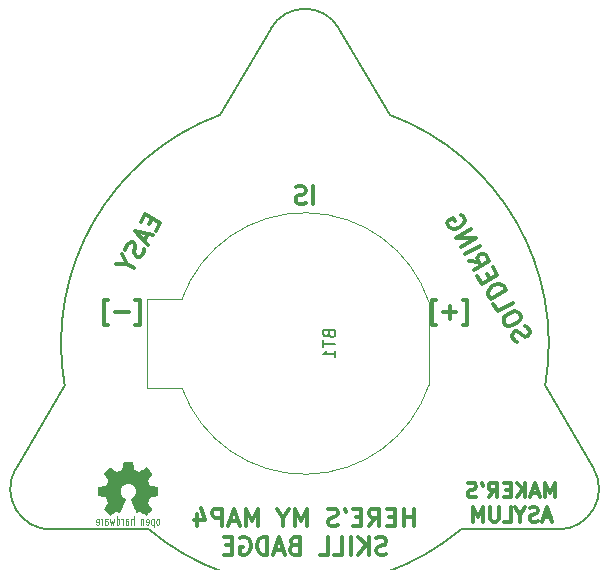
<source format=gbo>
%TF.GenerationSoftware,KiCad,Pcbnew,4.0.2+e4-6225~38~ubuntu15.10.1-stable*%
%TF.CreationDate,2016-05-27T15:45:48+05:30*%
%TF.ProjectId,MAP4,4D4150342E6B696361645F7063620000,1*%
%TF.FileFunction,Legend,Bot*%
%FSLAX46Y46*%
G04 Gerber Fmt 4.6, Leading zero omitted, Abs format (unit mm)*
G04 Created by KiCad (PCBNEW 4.0.2+e4-6225~38~ubuntu15.10.1-stable) date Fri May 27 15:45:48 2016*
%MOMM*%
G01*
G04 APERTURE LIST*
%ADD10C,0.050800*%
%ADD11C,0.300000*%
%ADD12C,0.150000*%
%ADD13C,0.101600*%
%ADD14C,0.075000*%
%ADD15C,0.002540*%
G04 APERTURE END LIST*
D10*
D11*
X10642857Y22071429D02*
X11000000Y22071429D01*
X11000000Y24214286D01*
X10642857Y24214286D01*
X10071428Y23142857D02*
X8928571Y23142857D01*
X8357142Y22071429D02*
X7999999Y22071429D01*
X7999999Y24214286D01*
X8357142Y24214286D01*
X38392857Y22071429D02*
X38750000Y22071429D01*
X38750000Y24214286D01*
X38392857Y24214286D01*
X37821428Y23142857D02*
X36678571Y23142857D01*
X37250000Y22571429D02*
X37250000Y23714286D01*
X36107142Y22071429D02*
X35749999Y22071429D01*
X35749999Y24214286D01*
X36107142Y24214286D01*
X46160714Y7459524D02*
X46160714Y8709524D01*
X45744047Y7816667D01*
X45327381Y8709524D01*
X45327381Y7459524D01*
X44791667Y7816667D02*
X44196429Y7816667D01*
X44910714Y7459524D02*
X44494048Y8709524D01*
X44077381Y7459524D01*
X43660714Y7459524D02*
X43660714Y8709524D01*
X42946428Y7459524D02*
X43482143Y8173810D01*
X42946428Y8709524D02*
X43660714Y7995238D01*
X42410714Y8114286D02*
X41994047Y8114286D01*
X41815476Y7459524D02*
X42410714Y7459524D01*
X42410714Y8709524D01*
X41815476Y8709524D01*
X40565476Y7459524D02*
X40982143Y8054762D01*
X41279762Y7459524D02*
X41279762Y8709524D01*
X40803571Y8709524D01*
X40684524Y8650000D01*
X40625000Y8590476D01*
X40565476Y8471429D01*
X40565476Y8292857D01*
X40625000Y8173810D01*
X40684524Y8114286D01*
X40803571Y8054762D01*
X41279762Y8054762D01*
X39970238Y8709524D02*
X40089286Y8471429D01*
X39494048Y7519048D02*
X39315476Y7459524D01*
X39017857Y7459524D01*
X38898810Y7519048D01*
X38839286Y7578571D01*
X38779762Y7697619D01*
X38779762Y7816667D01*
X38839286Y7935714D01*
X38898810Y7995238D01*
X39017857Y8054762D01*
X39255953Y8114286D01*
X39375000Y8173810D01*
X39434524Y8233333D01*
X39494048Y8352381D01*
X39494048Y8471429D01*
X39434524Y8590476D01*
X39375000Y8650000D01*
X39255953Y8709524D01*
X38958333Y8709524D01*
X38779762Y8650000D01*
X45803572Y5766667D02*
X45208334Y5766667D01*
X45922619Y5409524D02*
X45505953Y6659524D01*
X45089286Y5409524D01*
X44732143Y5469048D02*
X44553571Y5409524D01*
X44255952Y5409524D01*
X44136905Y5469048D01*
X44077381Y5528571D01*
X44017857Y5647619D01*
X44017857Y5766667D01*
X44077381Y5885714D01*
X44136905Y5945238D01*
X44255952Y6004762D01*
X44494048Y6064286D01*
X44613095Y6123810D01*
X44672619Y6183333D01*
X44732143Y6302381D01*
X44732143Y6421429D01*
X44672619Y6540476D01*
X44613095Y6600000D01*
X44494048Y6659524D01*
X44196428Y6659524D01*
X44017857Y6600000D01*
X43244048Y6004762D02*
X43244048Y5409524D01*
X43660714Y6659524D02*
X43244048Y6004762D01*
X42827381Y6659524D01*
X41815476Y5409524D02*
X42410714Y5409524D01*
X42410714Y6659524D01*
X41398809Y6659524D02*
X41398809Y5647619D01*
X41339285Y5528571D01*
X41279761Y5469048D01*
X41160714Y5409524D01*
X40922618Y5409524D01*
X40803571Y5469048D01*
X40744047Y5528571D01*
X40684523Y5647619D01*
X40684523Y6659524D01*
X40089285Y5409524D02*
X40089285Y6659524D01*
X39672618Y5766667D01*
X39255952Y6659524D01*
X39255952Y5409524D01*
X34214285Y5021429D02*
X34214285Y6521429D01*
X34214285Y5807143D02*
X33357142Y5807143D01*
X33357142Y5021429D02*
X33357142Y6521429D01*
X32642856Y5807143D02*
X32142856Y5807143D01*
X31928570Y5021429D02*
X32642856Y5021429D01*
X32642856Y6521429D01*
X31928570Y6521429D01*
X30428570Y5021429D02*
X30928570Y5735714D01*
X31285713Y5021429D02*
X31285713Y6521429D01*
X30714285Y6521429D01*
X30571427Y6450000D01*
X30499999Y6378571D01*
X30428570Y6235714D01*
X30428570Y6021429D01*
X30499999Y5878571D01*
X30571427Y5807143D01*
X30714285Y5735714D01*
X31285713Y5735714D01*
X29785713Y5807143D02*
X29285713Y5807143D01*
X29071427Y5021429D02*
X29785713Y5021429D01*
X29785713Y6521429D01*
X29071427Y6521429D01*
X28357142Y6521429D02*
X28499999Y6235714D01*
X27785713Y5092857D02*
X27571427Y5021429D01*
X27214284Y5021429D01*
X27071427Y5092857D01*
X26999998Y5164286D01*
X26928570Y5307143D01*
X26928570Y5450000D01*
X26999998Y5592857D01*
X27071427Y5664286D01*
X27214284Y5735714D01*
X27499998Y5807143D01*
X27642856Y5878571D01*
X27714284Y5950000D01*
X27785713Y6092857D01*
X27785713Y6235714D01*
X27714284Y6378571D01*
X27642856Y6450000D01*
X27499998Y6521429D01*
X27142856Y6521429D01*
X26928570Y6450000D01*
X25142856Y5021429D02*
X25142856Y6521429D01*
X24642856Y5450000D01*
X24142856Y6521429D01*
X24142856Y5021429D01*
X23142856Y5735714D02*
X23142856Y5021429D01*
X23642856Y6521429D02*
X23142856Y5735714D01*
X22642856Y6521429D01*
X20999999Y5021429D02*
X20999999Y6521429D01*
X20499999Y5450000D01*
X19999999Y6521429D01*
X19999999Y5021429D01*
X19357142Y5450000D02*
X18642856Y5450000D01*
X19499999Y5021429D02*
X18999999Y6521429D01*
X18499999Y5021429D01*
X17999999Y5021429D02*
X17999999Y6521429D01*
X17428571Y6521429D01*
X17285713Y6450000D01*
X17214285Y6378571D01*
X17142856Y6235714D01*
X17142856Y6021429D01*
X17214285Y5878571D01*
X17285713Y5807143D01*
X17428571Y5735714D01*
X17999999Y5735714D01*
X15857142Y6021429D02*
X15857142Y5021429D01*
X16214285Y6592857D02*
X16571428Y5521429D01*
X15642856Y5521429D01*
X31892857Y2692857D02*
X31678571Y2621429D01*
X31321428Y2621429D01*
X31178571Y2692857D01*
X31107142Y2764286D01*
X31035714Y2907143D01*
X31035714Y3050000D01*
X31107142Y3192857D01*
X31178571Y3264286D01*
X31321428Y3335714D01*
X31607142Y3407143D01*
X31750000Y3478571D01*
X31821428Y3550000D01*
X31892857Y3692857D01*
X31892857Y3835714D01*
X31821428Y3978571D01*
X31750000Y4050000D01*
X31607142Y4121429D01*
X31250000Y4121429D01*
X31035714Y4050000D01*
X30392857Y2621429D02*
X30392857Y4121429D01*
X29535714Y2621429D02*
X30178571Y3478571D01*
X29535714Y4121429D02*
X30392857Y3264286D01*
X28892857Y2621429D02*
X28892857Y4121429D01*
X27464285Y2621429D02*
X28178571Y2621429D01*
X28178571Y4121429D01*
X26249999Y2621429D02*
X26964285Y2621429D01*
X26964285Y4121429D01*
X24107142Y3407143D02*
X23892856Y3335714D01*
X23821428Y3264286D01*
X23749999Y3121429D01*
X23749999Y2907143D01*
X23821428Y2764286D01*
X23892856Y2692857D01*
X24035714Y2621429D01*
X24607142Y2621429D01*
X24607142Y4121429D01*
X24107142Y4121429D01*
X23964285Y4050000D01*
X23892856Y3978571D01*
X23821428Y3835714D01*
X23821428Y3692857D01*
X23892856Y3550000D01*
X23964285Y3478571D01*
X24107142Y3407143D01*
X24607142Y3407143D01*
X23178571Y3050000D02*
X22464285Y3050000D01*
X23321428Y2621429D02*
X22821428Y4121429D01*
X22321428Y2621429D01*
X21821428Y2621429D02*
X21821428Y4121429D01*
X21464285Y4121429D01*
X21250000Y4050000D01*
X21107142Y3907143D01*
X21035714Y3764286D01*
X20964285Y3478571D01*
X20964285Y3264286D01*
X21035714Y2978571D01*
X21107142Y2835714D01*
X21250000Y2692857D01*
X21464285Y2621429D01*
X21821428Y2621429D01*
X19535714Y4050000D02*
X19678571Y4121429D01*
X19892857Y4121429D01*
X20107142Y4050000D01*
X20250000Y3907143D01*
X20321428Y3764286D01*
X20392857Y3478571D01*
X20392857Y3264286D01*
X20321428Y2978571D01*
X20250000Y2835714D01*
X20107142Y2692857D01*
X19892857Y2621429D01*
X19750000Y2621429D01*
X19535714Y2692857D01*
X19464285Y2764286D01*
X19464285Y3264286D01*
X19750000Y3264286D01*
X18821428Y3407143D02*
X18321428Y3407143D01*
X18107142Y2621429D02*
X18821428Y2621429D01*
X18821428Y4121429D01*
X18107142Y4121429D01*
X12067925Y31063987D02*
X11817925Y30630974D01*
X12391231Y30052540D02*
X12748374Y30671130D01*
X11449336Y31421130D01*
X11092193Y30802540D01*
X11734363Y29771955D02*
X11377220Y29153365D01*
X12176945Y29681387D02*
X10627907Y29998374D01*
X11676945Y28815362D01*
X11400801Y28479922D02*
X11355517Y28258631D01*
X11176945Y27949336D01*
X11043658Y27861332D01*
X10946084Y27835187D01*
X10786653Y27844758D01*
X10662935Y27916186D01*
X10574931Y28049473D01*
X10548786Y28147047D01*
X10558356Y28306479D01*
X10639354Y28589629D01*
X10648924Y28749061D01*
X10622779Y28846634D01*
X10534776Y28979922D01*
X10411058Y29051351D01*
X10251626Y29060920D01*
X10154052Y29034776D01*
X10020764Y28946772D01*
X9842193Y28637478D01*
X9796909Y28416186D01*
X9951214Y27254877D02*
X10569803Y26897734D01*
X9520765Y28080747D02*
X9951214Y27254877D01*
X9020765Y27214722D01*
X25714285Y32321429D02*
X25714285Y33821429D01*
X25071428Y32392857D02*
X24857142Y32321429D01*
X24499999Y32321429D01*
X24357142Y32392857D01*
X24285713Y32464286D01*
X24214285Y32607143D01*
X24214285Y32750000D01*
X24285713Y32892857D01*
X24357142Y32964286D01*
X24499999Y33035714D01*
X24785713Y33107143D01*
X24928571Y33178571D01*
X24999999Y33250000D01*
X25071428Y33392857D01*
X25071428Y33535714D01*
X24999999Y33678571D01*
X24928571Y33750000D01*
X24785713Y33821429D01*
X24428571Y33821429D01*
X24214285Y33750000D01*
X42920628Y20593064D02*
X42751626Y20742927D01*
X42573055Y21052222D01*
X42563485Y21211654D01*
X42589630Y21309227D01*
X42677633Y21442514D01*
X42801351Y21513943D01*
X42960783Y21523513D01*
X43058357Y21497368D01*
X43191644Y21409364D01*
X43396360Y21197643D01*
X43529648Y21109639D01*
X43627221Y21083495D01*
X43786653Y21093064D01*
X43910371Y21164492D01*
X43998374Y21297780D01*
X44024520Y21395353D01*
X44014950Y21554786D01*
X43836379Y21864080D01*
X43667377Y22013943D01*
X43264950Y22853823D02*
X43122093Y23101259D01*
X42988805Y23189263D01*
X42793659Y23241552D01*
X42510509Y23160554D01*
X42077496Y22910554D01*
X41865774Y22705838D01*
X41813485Y22510692D01*
X41823055Y22351259D01*
X41965912Y22103823D01*
X42099199Y22015820D01*
X42294346Y21963530D01*
X42577496Y22044529D01*
X43010509Y22294529D01*
X43222230Y22499245D01*
X43274520Y22694391D01*
X43264950Y22853823D01*
X40965912Y23835875D02*
X41323055Y23217285D01*
X42622093Y23967285D01*
X40715912Y24268888D02*
X42014950Y25018888D01*
X41836378Y25328183D01*
X41667377Y25478044D01*
X41472230Y25530335D01*
X41312798Y25520765D01*
X41029647Y25439766D01*
X40844071Y25332624D01*
X40632349Y25127907D01*
X40544345Y24994620D01*
X40492056Y24799473D01*
X40537340Y24578183D01*
X40715912Y24268888D01*
X40646360Y25960783D02*
X40396360Y26393796D01*
X39608769Y26186516D02*
X39965912Y25567926D01*
X41264950Y26317926D01*
X40907807Y26936516D01*
X38858769Y27485554D02*
X39727358Y27409684D01*
X39287340Y26743246D02*
X40586378Y27493246D01*
X40300664Y27988117D01*
X40167376Y28076122D01*
X40069803Y28102266D01*
X39910370Y28092696D01*
X39724794Y27985554D01*
X39636790Y27852266D01*
X39610646Y27754693D01*
X39620215Y27595260D01*
X39905929Y27100389D01*
X38537340Y28042284D02*
X39836378Y28792284D01*
X38180197Y28660874D02*
X39479235Y29410874D01*
X37751626Y29403182D01*
X39050664Y30153182D01*
X38238805Y31416505D02*
X38372092Y31328502D01*
X38479235Y31142925D01*
X38524519Y30921634D01*
X38472230Y30726487D01*
X38384226Y30593200D01*
X38172504Y30388483D01*
X37986928Y30281341D01*
X37703777Y30200343D01*
X37544345Y30190773D01*
X37349198Y30243063D01*
X37180197Y30392925D01*
X37108769Y30516643D01*
X37063484Y30737934D01*
X37089629Y30835508D01*
X37522642Y31085508D01*
X37665499Y30838071D01*
D12*
X46499968Y4752174D02*
G75*
G03X49450000Y9900000I-49968J3447826D01*
G01*
X45350000Y17000000D02*
X49450000Y9900000D01*
X45347375Y17000452D02*
G75*
G03X32200000Y39850000I-20347375J3499548D01*
G01*
X27900000Y47150000D02*
X32200000Y39850000D01*
X27900000Y47150000D02*
G75*
G03X22100000Y47150000I-2900000J-1650000D01*
G01*
X17800000Y39850000D02*
X22100000Y47150000D01*
X17799072Y39852496D02*
G75*
G03X4650000Y17000000I7200928J-19352496D01*
G01*
X500000Y9900000D02*
X4650000Y17000000D01*
X498108Y9901071D02*
G75*
G03X3550000Y4750000I3001892J-1701071D01*
G01*
X11800000Y4750000D02*
X3550000Y4750000D01*
X11800000Y4750000D02*
G75*
G03X38200000Y4750000I13200000J15750000D01*
G01*
X46500000Y4750000D02*
X38200000Y4750000D01*
D13*
X35504284Y16998570D02*
G75*
G02X14600000Y16700000I-10504284J3501430D01*
G01*
X14604242Y24298450D02*
G75*
G02X35500000Y24000000I10395758J-3798450D01*
G01*
X14600000Y16700000D02*
X11600000Y16700000D01*
X11600000Y16700000D02*
X11600000Y24300000D01*
X11600000Y24300000D02*
X14600000Y24300000D01*
X35500000Y17000000D02*
X35500000Y24000000D01*
D14*
X7840000Y5630000D02*
X7840000Y5170000D01*
X7750000Y5630000D02*
X7700000Y5630000D01*
X7800000Y5600000D02*
X7750000Y5630000D01*
X7820000Y5580000D02*
X7800000Y5600000D01*
X7840000Y5510000D02*
X7820000Y5580000D01*
X7400000Y5170000D02*
X7350000Y5200000D01*
X7500000Y5170000D02*
X7400000Y5170000D01*
X7540000Y5200000D02*
X7500000Y5170000D01*
X7560000Y5270000D02*
X7540000Y5200000D01*
X7560000Y5540000D02*
X7560000Y5270000D01*
X7530000Y5600000D02*
X7560000Y5540000D01*
X7490000Y5630000D02*
X7530000Y5600000D01*
X7390000Y5630000D02*
X7490000Y5630000D01*
X7350000Y5590000D02*
X7390000Y5630000D01*
X7330000Y5520000D02*
X7350000Y5590000D01*
X7330000Y5400000D02*
X7330000Y5520000D01*
X7330000Y5400000D02*
X7560000Y5400000D01*
X8080000Y5540000D02*
X8080000Y5170000D01*
X8110000Y5600000D02*
X8080000Y5540000D01*
X8150000Y5630000D02*
X8110000Y5600000D01*
X8250000Y5630000D02*
X8150000Y5630000D01*
X8300000Y5600000D02*
X8250000Y5630000D01*
X8240000Y5440000D02*
X8290000Y5410000D01*
X8120000Y5440000D02*
X8240000Y5440000D01*
X8080000Y5470000D02*
X8120000Y5440000D01*
X8130000Y5170000D02*
X8080000Y5210000D01*
X8250000Y5170000D02*
X8130000Y5170000D01*
X8300000Y5210000D02*
X8250000Y5170000D01*
X8320000Y5270000D02*
X8300000Y5210000D01*
X8320000Y5340000D02*
X8320000Y5270000D01*
X8290000Y5410000D02*
X8320000Y5340000D01*
X8870000Y5630000D02*
X8770000Y5170000D01*
X8770000Y5170000D02*
X8680000Y5510000D01*
X8680000Y5510000D02*
X8580000Y5170000D01*
X8580000Y5170000D02*
X8480000Y5630000D01*
X9060000Y5200000D02*
X9100000Y5170000D01*
X9100000Y5170000D02*
X9210000Y5170000D01*
X9210000Y5170000D02*
X9250000Y5200000D01*
X9250000Y5200000D02*
X9270000Y5230000D01*
X9270000Y5230000D02*
X9300000Y5300000D01*
X9300000Y5300000D02*
X9300000Y5500000D01*
X9300000Y5500000D02*
X9270000Y5570000D01*
X9270000Y5570000D02*
X9250000Y5600000D01*
X9250000Y5600000D02*
X9190000Y5640000D01*
X9190000Y5640000D02*
X9120000Y5640000D01*
X9120000Y5640000D02*
X9060000Y5600000D01*
X9060000Y5870000D02*
X9060000Y5170000D01*
X9580000Y5510000D02*
X9560000Y5580000D01*
X9560000Y5580000D02*
X9540000Y5600000D01*
X9540000Y5600000D02*
X9490000Y5630000D01*
X9490000Y5630000D02*
X9440000Y5630000D01*
X9580000Y5630000D02*
X9580000Y5170000D01*
X10030000Y5410000D02*
X10060000Y5340000D01*
X10060000Y5340000D02*
X10060000Y5270000D01*
X10060000Y5270000D02*
X10040000Y5210000D01*
X10040000Y5210000D02*
X9990000Y5170000D01*
X9990000Y5170000D02*
X9870000Y5170000D01*
X9870000Y5170000D02*
X9820000Y5210000D01*
X9820000Y5470000D02*
X9860000Y5440000D01*
X9860000Y5440000D02*
X9980000Y5440000D01*
X9980000Y5440000D02*
X10030000Y5410000D01*
X10040000Y5600000D02*
X9990000Y5630000D01*
X9990000Y5630000D02*
X9890000Y5630000D01*
X9890000Y5630000D02*
X9850000Y5600000D01*
X9850000Y5600000D02*
X9820000Y5540000D01*
X9820000Y5540000D02*
X9820000Y5170000D01*
X10490000Y5560000D02*
X10470000Y5600000D01*
X10470000Y5600000D02*
X10420000Y5630000D01*
X10420000Y5630000D02*
X10340000Y5630000D01*
X10340000Y5630000D02*
X10300000Y5600000D01*
X10300000Y5600000D02*
X10280000Y5540000D01*
X10280000Y5540000D02*
X10280000Y5170000D01*
X10490000Y5870000D02*
X10490000Y5170000D01*
X11540000Y5400000D02*
X11770000Y5400000D01*
X11320000Y5570000D02*
X11300000Y5600000D01*
X11300000Y5600000D02*
X11260000Y5630000D01*
X11260000Y5630000D02*
X11170000Y5630000D01*
X11170000Y5630000D02*
X11130000Y5600000D01*
X11130000Y5600000D02*
X11110000Y5540000D01*
X11110000Y5540000D02*
X11110000Y5170000D01*
X11320000Y5630000D02*
X11320000Y5170000D01*
X11540000Y5400000D02*
X11540000Y5520000D01*
X11540000Y5520000D02*
X11560000Y5590000D01*
X11560000Y5590000D02*
X11600000Y5630000D01*
X11600000Y5630000D02*
X11700000Y5630000D01*
X11700000Y5630000D02*
X11740000Y5600000D01*
X11740000Y5600000D02*
X11770000Y5540000D01*
X11770000Y5540000D02*
X11770000Y5270000D01*
X11770000Y5270000D02*
X11750000Y5200000D01*
X11750000Y5200000D02*
X11710000Y5170000D01*
X11710000Y5170000D02*
X11610000Y5170000D01*
X11610000Y5170000D02*
X11560000Y5200000D01*
X12200000Y5600000D02*
X12160000Y5630000D01*
X12160000Y5630000D02*
X12060000Y5630000D01*
X12060000Y5630000D02*
X12020000Y5600000D01*
X12020000Y5600000D02*
X11990000Y5570000D01*
X11990000Y5570000D02*
X11970000Y5510000D01*
X11970000Y5510000D02*
X11970000Y5290000D01*
X11970000Y5290000D02*
X11990000Y5230000D01*
X11990000Y5230000D02*
X12010000Y5200000D01*
X12010000Y5200000D02*
X12050000Y5170000D01*
X12050000Y5170000D02*
X12150000Y5170000D01*
X12150000Y5170000D02*
X12200000Y5200000D01*
X12200000Y4930000D02*
X12200000Y5630000D01*
X12510000Y5630000D02*
X12590000Y5630000D01*
X12590000Y5630000D02*
X12630000Y5600000D01*
X12630000Y5600000D02*
X12650000Y5570000D01*
X12650000Y5570000D02*
X12680000Y5500000D01*
X12590000Y5170000D02*
X12510000Y5170000D01*
X12510000Y5170000D02*
X12460000Y5200000D01*
X12460000Y5200000D02*
X12440000Y5230000D01*
X12440000Y5230000D02*
X12420000Y5300000D01*
X12420000Y5300000D02*
X12420000Y5500000D01*
X12420000Y5500000D02*
X12440000Y5560000D01*
X12440000Y5560000D02*
X12460000Y5590000D01*
X12460000Y5590000D02*
X12510000Y5630000D01*
X12680000Y5500000D02*
X12680000Y5300000D01*
X12680000Y5300000D02*
X12660000Y5240000D01*
X12660000Y5240000D02*
X12640000Y5210000D01*
X12640000Y5210000D02*
X12590000Y5170000D01*
D15*
G36*
X11513840Y6004640D02*
X11488440Y6019880D01*
X11430020Y6055440D01*
X11346200Y6111320D01*
X11247140Y6177360D01*
X11148080Y6243400D01*
X11066800Y6296740D01*
X11010920Y6334840D01*
X10985520Y6347540D01*
X10972820Y6342460D01*
X10927100Y6319600D01*
X10858520Y6284040D01*
X10817880Y6263720D01*
X10756920Y6238320D01*
X10723900Y6230700D01*
X10718820Y6240860D01*
X10695960Y6289120D01*
X10660400Y6370400D01*
X10614680Y6479620D01*
X10558800Y6606620D01*
X10502920Y6741240D01*
X10444500Y6880940D01*
X10388620Y7015560D01*
X10340360Y7134940D01*
X10299720Y7231460D01*
X10274320Y7300040D01*
X10264160Y7327980D01*
X10266700Y7335600D01*
X10299720Y7366080D01*
X10353060Y7406720D01*
X10472440Y7503240D01*
X10589280Y7648020D01*
X10660400Y7813120D01*
X10683260Y7998540D01*
X10662940Y8168720D01*
X10596900Y8331280D01*
X10482600Y8478600D01*
X10342900Y8587820D01*
X10180340Y8656400D01*
X10000000Y8679260D01*
X9827280Y8658940D01*
X9659640Y8592900D01*
X9512320Y8481140D01*
X9448820Y8410020D01*
X9362460Y8260160D01*
X9314200Y8102680D01*
X9309120Y8062040D01*
X9316740Y7886780D01*
X9367540Y7716600D01*
X9461520Y7566740D01*
X9591060Y7442280D01*
X9606300Y7432120D01*
X9664720Y7386400D01*
X9705360Y7355920D01*
X9735840Y7330520D01*
X9512320Y6792040D01*
X9476760Y6708220D01*
X9415800Y6560900D01*
X9362460Y6433900D01*
X9319280Y6332300D01*
X9288800Y6266260D01*
X9276100Y6238320D01*
X9276100Y6235780D01*
X9255780Y6233240D01*
X9215140Y6248480D01*
X9138940Y6284040D01*
X9090680Y6309440D01*
X9032260Y6337380D01*
X9006860Y6347540D01*
X8984000Y6334840D01*
X8930660Y6299280D01*
X8849380Y6245940D01*
X8752860Y6182440D01*
X8661420Y6118940D01*
X8577600Y6063060D01*
X8516640Y6024960D01*
X8486160Y6007180D01*
X8481080Y6007180D01*
X8455680Y6022420D01*
X8407420Y6063060D01*
X8333760Y6131640D01*
X8229620Y6235780D01*
X8214380Y6251020D01*
X8128020Y6337380D01*
X8059440Y6411040D01*
X8013720Y6461840D01*
X7995940Y6484700D01*
X7995940Y6484700D01*
X8011180Y6515180D01*
X8049280Y6576140D01*
X8105160Y6662500D01*
X8173740Y6761560D01*
X8351540Y7020640D01*
X8255020Y7264480D01*
X8224540Y7340680D01*
X8186440Y7429580D01*
X8158500Y7495620D01*
X8143260Y7523560D01*
X8117860Y7533720D01*
X8049280Y7548960D01*
X7952760Y7569280D01*
X7838460Y7589600D01*
X7726700Y7609920D01*
X7627640Y7630240D01*
X7556520Y7642940D01*
X7523500Y7650560D01*
X7515880Y7655640D01*
X7508260Y7670880D01*
X7505720Y7703900D01*
X7503180Y7764860D01*
X7500640Y7858840D01*
X7500640Y7998540D01*
X7500640Y8013780D01*
X7503180Y8143320D01*
X7505720Y8250000D01*
X7508260Y8316040D01*
X7513340Y8343980D01*
X7513340Y8343980D01*
X7543820Y8351600D01*
X7614940Y8366840D01*
X7714000Y8384620D01*
X7833380Y8407480D01*
X7841000Y8410020D01*
X7957840Y8432880D01*
X8056900Y8453200D01*
X8128020Y8468440D01*
X8155960Y8478600D01*
X8163580Y8486220D01*
X8186440Y8531940D01*
X8219460Y8605600D01*
X8260100Y8694500D01*
X8298200Y8788480D01*
X8331220Y8872300D01*
X8354080Y8933260D01*
X8361700Y8961200D01*
X8359160Y8963740D01*
X8341380Y8991680D01*
X8300740Y9052640D01*
X8244860Y9136460D01*
X8176280Y9238060D01*
X8171200Y9245680D01*
X8102620Y9344740D01*
X8046740Y9431100D01*
X8011180Y9489520D01*
X7995940Y9517460D01*
X7995940Y9520000D01*
X8018800Y9550480D01*
X8069600Y9606360D01*
X8143260Y9682560D01*
X8229620Y9771460D01*
X8257560Y9796860D01*
X8356620Y9893380D01*
X8422660Y9954340D01*
X8465840Y9987360D01*
X8486160Y9994980D01*
X8486160Y9994980D01*
X8516640Y9977200D01*
X8580140Y9936560D01*
X8663960Y9878140D01*
X8765560Y9809560D01*
X8773180Y9804480D01*
X8872240Y9735900D01*
X8956060Y9680020D01*
X9014480Y9639380D01*
X9042420Y9624140D01*
X9044960Y9624140D01*
X9085600Y9636840D01*
X9156720Y9662240D01*
X9245620Y9695260D01*
X9337060Y9733360D01*
X9420880Y9768920D01*
X9484380Y9796860D01*
X9514860Y9814640D01*
X9514860Y9814640D01*
X9525020Y9850200D01*
X9542800Y9926400D01*
X9563120Y10028000D01*
X9588520Y10149920D01*
X9591060Y10170240D01*
X9613920Y10289620D01*
X9631700Y10388680D01*
X9646940Y10457260D01*
X9654560Y10485200D01*
X9669800Y10487740D01*
X9728220Y10492820D01*
X9817120Y10495360D01*
X9926340Y10495360D01*
X10038100Y10495360D01*
X10147320Y10492820D01*
X10241300Y10490280D01*
X10309880Y10485200D01*
X10337820Y10480120D01*
X10337820Y10477580D01*
X10347980Y10439480D01*
X10365760Y10365820D01*
X10386080Y10261680D01*
X10408940Y10139760D01*
X10414020Y10116900D01*
X10436880Y10000060D01*
X10457200Y9901000D01*
X10469900Y9834960D01*
X10477520Y9807020D01*
X10490220Y9801940D01*
X10538480Y9781620D01*
X10617220Y9748600D01*
X10716280Y9707960D01*
X10944880Y9616520D01*
X11226820Y9807020D01*
X11252220Y9824800D01*
X11353820Y9893380D01*
X11435100Y9949260D01*
X11493520Y9987360D01*
X11516380Y10000060D01*
X11518920Y10000060D01*
X11546860Y9974660D01*
X11602740Y9921320D01*
X11678940Y9847660D01*
X11767840Y9761300D01*
X11831340Y9695260D01*
X11910080Y9616520D01*
X11958340Y9563180D01*
X11986280Y9530160D01*
X11993900Y9509840D01*
X11991360Y9494600D01*
X11973580Y9466660D01*
X11932940Y9405700D01*
X11874520Y9319340D01*
X11805940Y9220280D01*
X11750060Y9136460D01*
X11689100Y9042480D01*
X11651000Y8976440D01*
X11635760Y8943420D01*
X11640840Y8930720D01*
X11658620Y8874840D01*
X11694180Y8791020D01*
X11734820Y8691960D01*
X11833880Y8470980D01*
X11978660Y8443040D01*
X12067560Y8425260D01*
X12189480Y8402400D01*
X12308860Y8379540D01*
X12491740Y8343980D01*
X12499360Y7668340D01*
X12471420Y7655640D01*
X12443480Y7648020D01*
X12374900Y7632780D01*
X12278380Y7612460D01*
X12161540Y7592140D01*
X12065020Y7574360D01*
X11965960Y7554040D01*
X11894840Y7541340D01*
X11864360Y7533720D01*
X11854200Y7523560D01*
X11831340Y7475300D01*
X11795780Y7399100D01*
X11755140Y7307660D01*
X11717040Y7213680D01*
X11681480Y7124780D01*
X11658620Y7058740D01*
X11648460Y7025720D01*
X11661160Y6997780D01*
X11699260Y6939360D01*
X11752600Y6858080D01*
X11821180Y6759020D01*
X11887220Y6662500D01*
X11945640Y6578680D01*
X11983740Y6517720D01*
X12001520Y6489780D01*
X11991360Y6472000D01*
X11953260Y6423740D01*
X11879600Y6347540D01*
X11767840Y6238320D01*
X11750060Y6220540D01*
X11663700Y6136720D01*
X11590040Y6068140D01*
X11536700Y6022420D01*
X11513840Y6004640D01*
X11513840Y6004640D01*
G37*
X11513840Y6004640D02*
X11488440Y6019880D01*
X11430020Y6055440D01*
X11346200Y6111320D01*
X11247140Y6177360D01*
X11148080Y6243400D01*
X11066800Y6296740D01*
X11010920Y6334840D01*
X10985520Y6347540D01*
X10972820Y6342460D01*
X10927100Y6319600D01*
X10858520Y6284040D01*
X10817880Y6263720D01*
X10756920Y6238320D01*
X10723900Y6230700D01*
X10718820Y6240860D01*
X10695960Y6289120D01*
X10660400Y6370400D01*
X10614680Y6479620D01*
X10558800Y6606620D01*
X10502920Y6741240D01*
X10444500Y6880940D01*
X10388620Y7015560D01*
X10340360Y7134940D01*
X10299720Y7231460D01*
X10274320Y7300040D01*
X10264160Y7327980D01*
X10266700Y7335600D01*
X10299720Y7366080D01*
X10353060Y7406720D01*
X10472440Y7503240D01*
X10589280Y7648020D01*
X10660400Y7813120D01*
X10683260Y7998540D01*
X10662940Y8168720D01*
X10596900Y8331280D01*
X10482600Y8478600D01*
X10342900Y8587820D01*
X10180340Y8656400D01*
X10000000Y8679260D01*
X9827280Y8658940D01*
X9659640Y8592900D01*
X9512320Y8481140D01*
X9448820Y8410020D01*
X9362460Y8260160D01*
X9314200Y8102680D01*
X9309120Y8062040D01*
X9316740Y7886780D01*
X9367540Y7716600D01*
X9461520Y7566740D01*
X9591060Y7442280D01*
X9606300Y7432120D01*
X9664720Y7386400D01*
X9705360Y7355920D01*
X9735840Y7330520D01*
X9512320Y6792040D01*
X9476760Y6708220D01*
X9415800Y6560900D01*
X9362460Y6433900D01*
X9319280Y6332300D01*
X9288800Y6266260D01*
X9276100Y6238320D01*
X9276100Y6235780D01*
X9255780Y6233240D01*
X9215140Y6248480D01*
X9138940Y6284040D01*
X9090680Y6309440D01*
X9032260Y6337380D01*
X9006860Y6347540D01*
X8984000Y6334840D01*
X8930660Y6299280D01*
X8849380Y6245940D01*
X8752860Y6182440D01*
X8661420Y6118940D01*
X8577600Y6063060D01*
X8516640Y6024960D01*
X8486160Y6007180D01*
X8481080Y6007180D01*
X8455680Y6022420D01*
X8407420Y6063060D01*
X8333760Y6131640D01*
X8229620Y6235780D01*
X8214380Y6251020D01*
X8128020Y6337380D01*
X8059440Y6411040D01*
X8013720Y6461840D01*
X7995940Y6484700D01*
X7995940Y6484700D01*
X8011180Y6515180D01*
X8049280Y6576140D01*
X8105160Y6662500D01*
X8173740Y6761560D01*
X8351540Y7020640D01*
X8255020Y7264480D01*
X8224540Y7340680D01*
X8186440Y7429580D01*
X8158500Y7495620D01*
X8143260Y7523560D01*
X8117860Y7533720D01*
X8049280Y7548960D01*
X7952760Y7569280D01*
X7838460Y7589600D01*
X7726700Y7609920D01*
X7627640Y7630240D01*
X7556520Y7642940D01*
X7523500Y7650560D01*
X7515880Y7655640D01*
X7508260Y7670880D01*
X7505720Y7703900D01*
X7503180Y7764860D01*
X7500640Y7858840D01*
X7500640Y7998540D01*
X7500640Y8013780D01*
X7503180Y8143320D01*
X7505720Y8250000D01*
X7508260Y8316040D01*
X7513340Y8343980D01*
X7513340Y8343980D01*
X7543820Y8351600D01*
X7614940Y8366840D01*
X7714000Y8384620D01*
X7833380Y8407480D01*
X7841000Y8410020D01*
X7957840Y8432880D01*
X8056900Y8453200D01*
X8128020Y8468440D01*
X8155960Y8478600D01*
X8163580Y8486220D01*
X8186440Y8531940D01*
X8219460Y8605600D01*
X8260100Y8694500D01*
X8298200Y8788480D01*
X8331220Y8872300D01*
X8354080Y8933260D01*
X8361700Y8961200D01*
X8359160Y8963740D01*
X8341380Y8991680D01*
X8300740Y9052640D01*
X8244860Y9136460D01*
X8176280Y9238060D01*
X8171200Y9245680D01*
X8102620Y9344740D01*
X8046740Y9431100D01*
X8011180Y9489520D01*
X7995940Y9517460D01*
X7995940Y9520000D01*
X8018800Y9550480D01*
X8069600Y9606360D01*
X8143260Y9682560D01*
X8229620Y9771460D01*
X8257560Y9796860D01*
X8356620Y9893380D01*
X8422660Y9954340D01*
X8465840Y9987360D01*
X8486160Y9994980D01*
X8486160Y9994980D01*
X8516640Y9977200D01*
X8580140Y9936560D01*
X8663960Y9878140D01*
X8765560Y9809560D01*
X8773180Y9804480D01*
X8872240Y9735900D01*
X8956060Y9680020D01*
X9014480Y9639380D01*
X9042420Y9624140D01*
X9044960Y9624140D01*
X9085600Y9636840D01*
X9156720Y9662240D01*
X9245620Y9695260D01*
X9337060Y9733360D01*
X9420880Y9768920D01*
X9484380Y9796860D01*
X9514860Y9814640D01*
X9514860Y9814640D01*
X9525020Y9850200D01*
X9542800Y9926400D01*
X9563120Y10028000D01*
X9588520Y10149920D01*
X9591060Y10170240D01*
X9613920Y10289620D01*
X9631700Y10388680D01*
X9646940Y10457260D01*
X9654560Y10485200D01*
X9669800Y10487740D01*
X9728220Y10492820D01*
X9817120Y10495360D01*
X9926340Y10495360D01*
X10038100Y10495360D01*
X10147320Y10492820D01*
X10241300Y10490280D01*
X10309880Y10485200D01*
X10337820Y10480120D01*
X10337820Y10477580D01*
X10347980Y10439480D01*
X10365760Y10365820D01*
X10386080Y10261680D01*
X10408940Y10139760D01*
X10414020Y10116900D01*
X10436880Y10000060D01*
X10457200Y9901000D01*
X10469900Y9834960D01*
X10477520Y9807020D01*
X10490220Y9801940D01*
X10538480Y9781620D01*
X10617220Y9748600D01*
X10716280Y9707960D01*
X10944880Y9616520D01*
X11226820Y9807020D01*
X11252220Y9824800D01*
X11353820Y9893380D01*
X11435100Y9949260D01*
X11493520Y9987360D01*
X11516380Y10000060D01*
X11518920Y10000060D01*
X11546860Y9974660D01*
X11602740Y9921320D01*
X11678940Y9847660D01*
X11767840Y9761300D01*
X11831340Y9695260D01*
X11910080Y9616520D01*
X11958340Y9563180D01*
X11986280Y9530160D01*
X11993900Y9509840D01*
X11991360Y9494600D01*
X11973580Y9466660D01*
X11932940Y9405700D01*
X11874520Y9319340D01*
X11805940Y9220280D01*
X11750060Y9136460D01*
X11689100Y9042480D01*
X11651000Y8976440D01*
X11635760Y8943420D01*
X11640840Y8930720D01*
X11658620Y8874840D01*
X11694180Y8791020D01*
X11734820Y8691960D01*
X11833880Y8470980D01*
X11978660Y8443040D01*
X12067560Y8425260D01*
X12189480Y8402400D01*
X12308860Y8379540D01*
X12491740Y8343980D01*
X12499360Y7668340D01*
X12471420Y7655640D01*
X12443480Y7648020D01*
X12374900Y7632780D01*
X12278380Y7612460D01*
X12161540Y7592140D01*
X12065020Y7574360D01*
X11965960Y7554040D01*
X11894840Y7541340D01*
X11864360Y7533720D01*
X11854200Y7523560D01*
X11831340Y7475300D01*
X11795780Y7399100D01*
X11755140Y7307660D01*
X11717040Y7213680D01*
X11681480Y7124780D01*
X11658620Y7058740D01*
X11648460Y7025720D01*
X11661160Y6997780D01*
X11699260Y6939360D01*
X11752600Y6858080D01*
X11821180Y6759020D01*
X11887220Y6662500D01*
X11945640Y6578680D01*
X11983740Y6517720D01*
X12001520Y6489780D01*
X11991360Y6472000D01*
X11953260Y6423740D01*
X11879600Y6347540D01*
X11767840Y6238320D01*
X11750060Y6220540D01*
X11663700Y6136720D01*
X11590040Y6068140D01*
X11536700Y6022420D01*
X11513840Y6004640D01*
D12*
X27028571Y21285714D02*
X27076190Y21142857D01*
X27123810Y21095238D01*
X27219048Y21047619D01*
X27361905Y21047619D01*
X27457143Y21095238D01*
X27504762Y21142857D01*
X27552381Y21238095D01*
X27552381Y21619048D01*
X26552381Y21619048D01*
X26552381Y21285714D01*
X26600000Y21190476D01*
X26647619Y21142857D01*
X26742857Y21095238D01*
X26838095Y21095238D01*
X26933333Y21142857D01*
X26980952Y21190476D01*
X27028571Y21285714D01*
X27028571Y21619048D01*
X26552381Y20761905D02*
X26552381Y20190476D01*
X27552381Y20476191D02*
X26552381Y20476191D01*
X27552381Y19333333D02*
X27552381Y19904762D01*
X27552381Y19619048D02*
X26552381Y19619048D01*
X26695238Y19714286D01*
X26790476Y19809524D01*
X26838095Y19904762D01*
M02*

</source>
